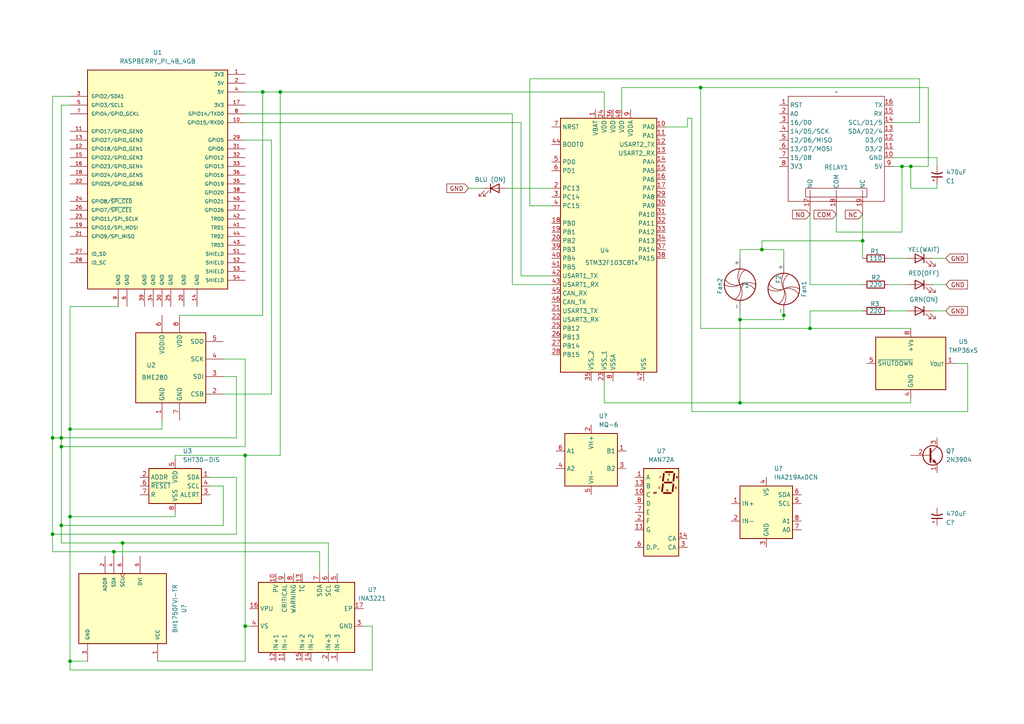
<source format=kicad_sch>
(kicad_sch (version 20231120) (generator "eeschema") (generator_version "8.0")
  (paper "A4")
  (lib_symbols
    (symbol "Device:C_Polarized_Small_US" (pin_numbers hide) (pin_names (offset 0.254) hide)
      (property "Reference" "C" (at 0.254 1.778 0))
      (property "Value" "C_Polarized_Small_US" (at 0.254 -2.032 0))
      (symbol "C_Polarized_Small_US_0_1"
        (polyline (pts (xy -1.524 0.508) (xy 1.524 0.508)) (stroke (width 0.3048)))
        (polyline (pts (xy -1.27 1.524) (xy -0.762 1.524)))
        (polyline (pts (xy -1.016 1.27) (xy -1.016 1.778)))
        (arc (start 1.524 -0.762) (mid 0 -0.3734) (end -1.524 -0.762) (stroke (width 0.3048)))
      )
      (symbol "C_Polarized_Small_US_1_1"
        (pin passive line (at 0 2.54 270) (length 2.032) (name "~") (number "1"))
        (pin passive line (at 0 -2.54 90) (length 2.032) (name "~") (number "2"))
      )
    )
    (symbol "Device:LED" (pin_numbers hide) (pin_names (offset 1.016) hide)
      (property "Reference" "D" (at 0 2.54 0))
      (property "Value" "LED" (at 0 -2.54 0))
      (symbol "LED_0_1"
        (polyline (pts (xy -1.27 -1.27) (xy -1.27 1.27)) (stroke (width 0.254)))
        (polyline (pts (xy -1.27 0) (xy 1.27 0)))
        (polyline (pts (xy 1.27 -1.27) (xy 1.27 1.27) (xy -1.27 0) (xy 1.27 -1.27)) (stroke (width 0.254)))
        (polyline (pts (xy -3.048 -0.762) (xy -4.572 -2.286) (xy -3.81 -2.286) (xy -4.572 -2.286) (xy -4.572 -1.524)))
        (polyline (pts (xy -1.778 -0.762) (xy -3.302 -2.286) (xy -2.54 -2.286) (xy -3.302 -2.286) (xy -3.302 -1.524)))
      )
      (symbol "LED_1_1"
        (pin passive line (at -3.81 0 0) (length 2.54) (name "K") (number "1"))
        (pin passive line (at 3.81 0 180) (length 2.54) (name "A") (number "2"))
      )
    )
    (symbol "Device:R" (pin_numbers hide) (pin_names (offset 0))
      (property "Reference" "R" (at 2.032 0 90))
      (property "Value" "R" (at 0 0 90))
      (symbol "R_0_1"
        (rectangle (start -1.016 -2.54) (end 1.016 2.54) (stroke (width 0.254)))
      )
      (symbol "R_1_1"
        (pin passive line (at 0 3.81 270) (length 1.27) (name "~") (number "1"))
        (pin passive line (at 0 -3.81 90) (length 1.27) (name "~") (number "2"))
      )
    )
    (symbol "Display_Character:MAN72A" (pin_names (offset 0.635))
      (property "Reference" "U" (at -2.54 13.97 0))
      (property "Value" "MAN72A" (at 2.794 -14.224 0))
      (symbol "MAN72A_0_0"
        (text "A" (at 2.286 10.922 0) (effects (font (size 0.508 0.508))))
        (text "B" (at 4.572 10.16 0) (effects (font (size 0.508 0.508))))
        (text "C" (at 4.318 7.112 0) (effects (font (size 0.508 0.508))))
        (text "D" (at 1.778 6.35 0) (effects (font (size 0.508 0.508))))
        (text "DP" (at -1.778 5.588 0) (effects (font (size 0.508 0.508))))
        (text "E" (at -0.508 7.112 0) (effects (font (size 0.508 0.508))))
        (text "F" (at -0.254 10.16 0) (effects (font (size 0.508 0.508))))
        (text "G" (at 2.032 9.398 0) (effects (font (size 0.508 0.508))))
      )
      (symbol "MAN72A_0_1"
        (rectangle (start -5.08 12.7) (end 5.08 -12.7) (stroke (width 0.254)) (fill (type background)))
        (polyline (pts (xy -0.762 5.588) (xy -0.762 5.588)) (stroke (width 0.508)))
        (polyline (pts (xy 0.508 8.128) (xy 0.254 6.096)) (stroke (width 0.508)))
        (polyline (pts (xy 0.762 5.588) (xy 2.794 5.588)) (stroke (width 0.508)))
        (polyline (pts (xy 0.762 11.176) (xy 0.508 9.144)) (stroke (width 0.508)))
        (polyline (pts (xy 1.016 8.636) (xy 3.048 8.636)) (stroke (width 0.508)))
        (polyline (pts (xy 1.27 11.684) (xy 3.302 11.684)) (stroke (width 0.508)))
        (polyline (pts (xy 3.556 8.128) (xy 3.302 6.096)) (stroke (width 0.508)))
        (polyline (pts (xy 3.81 11.176) (xy 3.556 9.144)) (stroke (width 0.508)))
      )
      (symbol "MAN72A_1_1"
        (pin input line (at -7.62 10.16 0) (length 2.54) (name "A") (number "1"))
        (pin input line (at -7.62 5.08 0) (length 2.54) (name "C") (number "10"))
        (pin input line (at -7.62 -5.08 0) (length 2.54) (name "G") (number "11"))
        (pin no_connect line (at 5.08 -5.08 180) (length 2.54) hide (name "NC") (number "12"))
        (pin input line (at -7.62 7.62 0) (length 2.54) (name "B") (number "13"))
        (pin input line (at 7.62 -7.62 180) (length 2.54) (name "CA") (number "14"))
        (pin input line (at -7.62 -2.54 0) (length 2.54) (name "F") (number "2"))
        (pin input line (at 7.62 -10.16 180) (length 2.54) (name "CA") (number "3"))
        (pin no_connect line (at 5.08 2.54 180) (length 2.54) hide (name "NC") (number "4"))
        (pin no_connect line (at 5.08 0 180) (length 2.54) hide (name "NC") (number "5"))
        (pin input line (at -7.62 -10.16 0) (length 2.54) (name "D.P.") (number "6"))
        (pin input line (at -7.62 0 0) (length 2.54) (name "E") (number "7"))
        (pin input line (at -7.62 2.54 0) (length 2.54) (name "D") (number "8"))
        (pin no_connect line (at 5.08 -2.54 180) (length 2.54) hide (name "NC") (number "9"))
      )
    )
    (symbol "MCU_ST_STM32F1:STM32F103C8Tx"
      (property "Reference" "U?" (at 4.7341 -38.1 0))
      (property "Value" "STM32F103C8Tx" (at -4.318 -20.066 0))
      (symbol "STM32F103C8Tx_0_1"
        (rectangle (start -12.7 38.1) (end 15.24 -35.56) (stroke (width 0.254)) (fill (type background)))
      )
      (symbol "STM32F103C8Tx_1_1"
        (pin power_in line (at -2.54 40.64 270) (length 2.54) (name "VBAT") (number "1"))
        (pin bidirectional line (at 17.78 35.56 180) (length 2.54) (name "PA0") (number "10"))
        (pin bidirectional line (at 17.78 33.02 180) (length 2.54) (name "PA1") (number "11"))
        (pin bidirectional line (at 17.78 30.48 180) (length 2.54) (name "PA2") (number "12") (alternate "USART2_TX" bidirectional line))
        (pin bidirectional line (at 17.78 27.94 180) (length 2.54) (name "PA3") (number "13") (alternate "USART2_RX" bidirectional line))
        (pin bidirectional line (at 17.78 25.4 180) (length 2.54) (name "PA4") (number "14"))
        (pin bidirectional line (at 17.78 22.86 180) (length 2.54) (name "PA5") (number "15"))
        (pin bidirectional line (at 17.78 20.32 180) (length 2.54) (name "PA6") (number "16"))
        (pin bidirectional line (at 17.78 17.78 180) (length 2.54) (name "PA7") (number "17"))
        (pin bidirectional line (at -15.24 7.62 0) (length 2.54) (name "PB0") (number "18"))
        (pin bidirectional line (at -15.24 5.08 0) (length 2.54) (name "PB1") (number "19"))
        (pin bidirectional line (at -15.24 17.78 0) (length 2.54) (name "PC13") (number "2"))
        (pin bidirectional line (at -15.24 2.54 0) (length 2.54) (name "PB2") (number "20"))
        (pin bidirectional line (at -15.24 -17.78 0) (length 2.54) (name "PB10") (number "21") (alternate "USART3_TX" bidirectional line))
        (pin bidirectional line (at -15.24 -20.32 0) (length 2.54) (name "PB11") (number "22") (alternate "USART3_RX" bidirectional line))
        (pin power_in line (at 0 -38.1 90) (length 2.54) (name "VSS_1") (number "23"))
        (pin power_in line (at 0 40.64 270) (length 2.54) (name "VDD") (number "24"))
        (pin bidirectional line (at -15.24 -22.86 0) (length 2.54) (name "PB12") (number "25"))
        (pin bidirectional line (at -15.24 -25.4 0) (length 2.54) (name "PB13") (number "26"))
        (pin bidirectional line (at -15.24 -27.94 0) (length 2.54) (name "PB14") (number "27"))
        (pin bidirectional line (at -15.24 -30.48 0) (length 2.54) (name "PB15") (number "28"))
        (pin bidirectional line (at 17.78 15.24 180) (length 2.54) (name "PA8") (number "29"))
        (pin bidirectional line (at -15.24 15.24 0) (length 2.54) (name "PC14") (number "3"))
        (pin bidirectional line (at 17.78 12.7 180) (length 2.54) (name "PA9") (number "30") (alternate "USART1_TX" bidirectional line))
        (pin bidirectional line (at 17.78 10.16 180) (length 2.54) (name "PA10") (number "31") (alternate "USART1_RX" bidirectional line))
        (pin bidirectional line (at 17.78 7.62 180) (length 2.54) (name "PA11") (number "32") (alternate "CAN_RX" bidirectional line))
        (pin bidirectional line (at 17.78 5.08 180) (length 2.54) (name "PA12") (number "33") (alternate "CAN_TX" bidirectional line))
        (pin bidirectional line (at 17.78 2.54 180) (length 2.54) (name "PA13") (number "34"))
        (pin power_in line (at -3.81 -38.1 90) (length 2.54) (name "VSS_2") (number "35"))
        (pin power_in line (at 2.54 40.64 270) (length 2.54) (name "VDD") (number "36"))
        (pin bidirectional line (at 17.78 0 180) (length 2.54) (name "PA14") (number "37"))
        (pin bidirectional line (at 17.78 -2.54 180) (length 2.54) (name "PA15") (number "38"))
        (pin bidirectional line (at -15.24 0 0) (length 2.54) (name "PB3") (number "39"))
        (pin bidirectional line (at -15.24 12.7 0) (length 2.54) (name "PC15") (number "4"))
        (pin bidirectional line (at -15.24 -2.54 0) (length 2.54) (name "PB4") (number "40"))
        (pin bidirectional line (at -15.24 -5.08 0) (length 2.54) (name "PB5") (number "41"))
        (pin bidirectional line (at -15.24 -7.62 0) (length 2.54) (name "PB6") (number "42") (alternate "USART1_TX" bidirectional line))
        (pin bidirectional line (at -15.24 -10.16 0) (length 2.54) (name "PB7") (number "43") (alternate "USART1_RX" bidirectional line))
        (pin input line (at -15.24 30.48 0) (length 2.54) (name "BOOT0") (number "44"))
        (pin bidirectional line (at -15.24 -12.7 0) (length 2.54) (name "PB8") (number "45") (alternate "CAN_RX" bidirectional line))
        (pin bidirectional line (at -15.24 -15.24 0) (length 2.54) (name "PB9") (number "46") (alternate "CAN_TX" bidirectional line))
        (pin power_in line (at 11.43 -38.1 90) (length 2.54) (name "VSS") (number "47"))
        (pin power_in line (at 5.08 40.64 270) (length 2.54) (name "VDD") (number "48"))
        (pin bidirectional line (at -15.24 25.4 0) (length 2.54) (name "PD0") (number "5"))
        (pin bidirectional line (at -15.24 22.86 0) (length 2.54) (name "PD1") (number "6"))
        (pin input line (at -15.24 35.56 0) (length 2.54) (name "NRST") (number "7"))
        (pin power_in line (at 2.54 -38.1 90) (length 2.54) (name "VSSA") (number "8"))
        (pin power_in line (at 7.62 40.64 270) (length 2.54) (name "VDDA") (number "9"))
      )
    )
    (symbol "Motor:Fan_ALT" (pin_numbers hide) (pin_names (offset 0))
      (property "Reference" "M" (at 3.81 5.08 0))
      (property "Value" "Fan_ALT" (at 3.81 2.54 0))
      (symbol "Fan_ALT_0_1"
        (arc (start -4.572 0) (mid -2.286 -0.5988) (end 0 0))
        (arc (start -4.318 1.524) (mid -2.4153 0.0291) (end 0 0))
        (arc (start -1.524 -4.318) (mid -0.0291 -2.4153) (end 0 0))
        (arc (start 0 -4.572) (mid 0.5988 -2.286) (end 0 0))
        (polyline (pts (xy 0 -5.08) (xy 0 -4.572)))
        (polyline (pts (xy 0 4.572) (xy 0 5.08)))
        (circle (center 0 0) (radius 4.572) (stroke (width 0.254)))
        (arc (start 0 4.572) (mid -0.5988 2.286) (end 0 0))
        (arc (start 1.524 4.318) (mid 0.0291 2.4153) (end 0 0))
        (arc (start 4.318 -1.524) (mid 2.4153 -0.0291) (end 0 0))
        (arc (start 4.572 0) (mid 2.286 0.5988) (end 0 0))
      )
      (symbol "Fan_ALT_1_1"
        (pin passive line (at 0 7.62 270) (length 2.54) (name "+") (number "1"))
        (pin passive line (at 0 -7.62 90) (length 2.54) (name "-") (number "2"))
      )
    )
    (symbol "Power_Management:INA3221"
      (property "Reference" "U" (at -10.16 17.78 0))
      (property "Value" "INA3221" (at 5.08 17.78 0))
      (symbol "INA3221_0_1"
        (rectangle (start 10.16 -12.7) (end -10.16 15.24) (stroke (width 0.254)) (fill (type background)))
      )
      (symbol "INA3221_1_1"
        (pin input line (at -12.7 -7.62 0) (length 2.54) (name "IN-3") (number "1"))
        (pin open_collector line (at 12.7 10.16 180) (length 2.54) (name "PV") (number "10"))
        (pin input line (at -12.7 7.62 0) (length 2.54) (name "IN-1") (number "11"))
        (pin input line (at -12.7 10.16 0) (length 2.54) (name "IN+1") (number "12"))
        (pin open_collector line (at 12.7 2.54 180) (length 2.54) (name "TC") (number "13"))
        (pin input line (at -12.7 0 0) (length 2.54) (name "IN-2") (number "14"))
        (pin input line (at -12.7 2.54 0) (length 2.54) (name "IN+2") (number "15"))
        (pin power_in line (at 2.54 17.78 270) (length 2.54) (name "VPU") (number "16"))
        (pin passive line (at 2.54 -15.24 90) (length 2.54) (name "EP") (number "17"))
        (pin input line (at -12.7 -5.08 0) (length 2.54) (name "IN+3") (number "2"))
        (pin power_in line (at -2.54 -15.24 90) (length 2.54) (name "GND") (number "3"))
        (pin power_in line (at -2.54 17.78 270) (length 2.54) (name "VS") (number "4"))
        (pin input line (at 12.7 -7.62 180) (length 2.54) (name "A0") (number "5"))
        (pin input line (at 12.7 -5.08 180) (length 2.54) (name "SCL") (number "6"))
        (pin bidirectional line (at 12.7 -2.54 180) (length 2.54) (name "SDA") (number "7"))
        (pin open_collector line (at 12.7 5.08 180) (length 2.54) (name "WARNING") (number "8"))
        (pin open_collector line (at 12.7 7.62 180) (length 2.54) (name "CRITICAL") (number "9"))
      )
    )
    (symbol "Sensor:BME280"
      (property "Reference" "U" (at -8.89 11.43 0))
      (property "Value" "BME280" (at 7.62 11.43 0))
      (symbol "BME280_0_1"
        (rectangle (start -10.16 10.16) (end 10.16 -10.16) (stroke (width 0.254)) (fill (type background)))
      )
      (symbol "BME280_1_1"
        (pin power_in line (at -2.54 -15.24 90) (length 5.08) (name "GND") (number "1"))
        (pin input line (at 15.24 -7.62 180) (length 5.08) (name "CSB") (number "2"))
        (pin bidirectional line (at 15.24 -2.54 180) (length 5.08) (name "SDI") (number "3"))
        (pin input line (at 15.24 2.54 180) (length 5.08) (name "SCK") (number "4"))
        (pin bidirectional line (at 15.24 7.62 180) (length 5.08) (name "SDO") (number "5"))
        (pin power_in line (at -2.54 15.24 270) (length 5.08) (name "VDDIO") (number "6"))
        (pin power_in line (at 2.54 -15.24 90) (length 5.08) (name "GND") (number "7"))
        (pin power_in line (at 2.54 15.24 270) (length 5.08) (name "VDD") (number "8"))
      )
    )
    (symbol "Sensor_Energy:INA219AxDCN"
      (property "Reference" "U" (at -6.35 8.89 0))
      (property "Value" "INA219AxDCN" (at 6.35 8.89 0))
      (symbol "INA219AxDCN_0_1"
        (rectangle (start -7.62 7.62) (end 7.62 -7.62) (stroke (width 0.254)) (fill (type background)))
      )
      (symbol "INA219AxDCN_1_1"
        (pin input line (at -10.16 2.54 0) (length 2.54) (name "IN+") (number "1"))
        (pin input line (at -10.16 -2.54 0) (length 2.54) (name "IN-") (number "2"))
        (pin power_in line (at 0 -10.16 90) (length 2.54) (name "GND") (number "3"))
        (pin power_in line (at 0 10.16 270) (length 2.54) (name "VS") (number "4"))
        (pin input line (at 10.16 2.54 180) (length 2.54) (name "SCL") (number "5"))
        (pin bidirectional line (at 10.16 5.08 180) (length 2.54) (name "SDA") (number "6"))
        (pin input line (at 10.16 -5.08 180) (length 2.54) (name "A0") (number "7"))
        (pin input line (at 10.16 -2.54 180) (length 2.54) (name "A1") (number "8"))
      )
    )
    (symbol "Sensor_Gas:MQ-6"
      (property "Reference" "U" (at -6.35 8.89 0))
      (property "Value" "MQ-6" (at 3.81 8.89 0))
      (symbol "MQ-6_0_1"
        (rectangle (start -7.62 7.62) (end 7.62 -7.62) (stroke (width 0.254)) (fill (type background)))
      )
      (symbol "MQ-6_1_1"
        (pin passive line (at 10.16 2.54 180) (length 2.54) (name "B1") (number "1"))
        (pin power_in line (at 0 10.16 270) (length 2.54) (name "VH+") (number "2"))
        (pin passive line (at 10.16 -2.54 180) (length 2.54) (name "B2") (number "3"))
        (pin passive line (at -10.16 -2.54 0) (length 2.54) (name "A2") (number "4"))
        (pin power_in line (at 0 -10.16 90) (length 2.54) (name "VH-") (number "5"))
        (pin passive line (at -10.16 2.54 0) (length 2.54) (name "A1") (number "6"))
      )
    )
    (symbol "Sensor_Humidity:SHT30-DIS"
      (property "Reference" "U" (at -6.35 6.35 0))
      (property "Value" "SHT30-DIS" (at 6.35 6.35 0))
      (symbol "SHT30-DIS_0_1"
        (rectangle (start -7.62 5.08) (end 7.62 -5.08) (stroke (width 0.254)) (fill (type background)))
      )
      (symbol "SHT30-DIS_1_1"
        (pin bidirectional line (at 10.16 2.54 180) (length 2.54) (name "SDA") (number "1"))
        (pin input line (at -10.16 2.54 0) (length 2.54) (name "ADDR") (number "2"))
        (pin output line (at 10.16 -2.54 180) (length 2.54) (name "ALERT") (number "3"))
        (pin input line (at 10.16 0 180) (length 2.54) (name "SCL") (number "4"))
        (pin power_in line (at 0 7.62 270) (length 2.54) (name "VDD") (number "5"))
        (pin input line (at -10.16 0 0) (length 2.54) (name "~{RESET}") (number "6"))
        (pin passive line (at -10.16 -2.54 0) (length 2.54) (name "R") (number "7"))
        (pin power_in line (at 0 -7.62 90) (length 2.54) (name "VSS") (number "8"))
        (pin passive line (at 0 -7.62 90) (length 2.54) hide (name "VSS") (number "9"))
      )
    )
    (symbol "Sensor_Temperature:TMP36xS"
      (property "Reference" "U" (at -8.89 8.89 0))
      (property "Value" "TMP36xS" (at 6.35 -8.89 0))
      (symbol "TMP36xS_0_1"
        (rectangle (start -10.16 7.62) (end 10.16 -7.62) (stroke (width 0.254)) (fill (type background)))
      )
      (symbol "TMP36xS_1_1"
        (pin output line (at 12.7 0 180) (length 2.54) (name "V_{OUT}") (number "1"))
        (pin power_in line (at 0 -10.16 90) (length 2.54) (name "GND") (number "4"))
        (pin input line (at -12.7 0 0) (length 2.54) (name "~{SHUTDOWN}") (number "5"))
        (pin power_in line (at 0 10.16 270) (length 2.54) (name "+Vs") (number "8"))
      )
    )
    (symbol "Transistor_BJT:2N3904" (pin_names (offset 0) hide)
      (property "Reference" "Q" (at 5.08 1.905 0))
      (property "Value" "2N3904" (at 5.08 0 0))
      (symbol "2N3904_0_1"
        (polyline (pts (xy 0.635 0.635) (xy 2.54 2.54)))
        (polyline (pts (xy 0.635 -0.635) (xy 2.54 -2.54) (xy 2.54 -2.54)))
        (polyline (pts (xy 0.635 1.905) (xy 0.635 -1.905) (xy 0.635 -1.905)) (stroke (width 0.508)))
        (polyline (pts (xy 1.27 -1.778) (xy 1.778 -1.27) (xy 2.286 -2.286) (xy 1.27 -1.778) (xy 1.27 -1.778)) (fill (type outline)))
        (circle (center 1.27 0) (radius 2.8194) (stroke (width 0.254)))
      )
      (symbol "2N3904_1_1"
        (pin passive line (at 2.54 -5.08 90) (length 2.54) (name "E") (number "1"))
        (pin passive line (at -5.08 0 0) (length 5.715) (name "B") (number "2"))
        (pin passive line (at 2.54 5.08 270) (length 2.54) (name "C") (number "3"))
      )
    )
    (symbol "my_parts:BH1750FVI-TR" (pin_names (offset 1.016))
      (property "Reference" "U" (at -10.1737 13.462 0))
      (property "Value" "BH1750FVI-TR" (at -9.922 -15.24 0))
      (symbol "BH1750FVI-TR_0_0"
        (rectangle (start -10.16 -12.7) (end 10.16 12.7) (stroke (width 0.254)) (fill (type background)))
        (pin power_in line (at 15.24 10.16 180) (length 5.08) (name "VCC") (number "1"))
        (pin input line (at -15.24 -5.08 0) (length 5.08) (name "ADDR") (number "2"))
        (pin power_in line (at 15.24 -10.16 180) (length 5.08) (name "GND") (number "3"))
        (pin bidirectional line (at -15.24 -2.54 0) (length 5.08) (name "SDA") (number "4"))
        (pin input line (at -15.24 5.08 0) (length 5.08) (name "DVI") (number "5"))
        (pin input clock (at -15.24 0 0) (length 5.08) (name "SCL") (number "6"))
      )
    )
    (symbol "my_parts:RASPBERRY_PI_4B_4GB" (pin_names (offset 1.016))
      (property "Reference" "U?" (at 0 38.1 0))
      (property "Value" "RASPBERRY_PI_4B_4GB" (at 0 35.56 0))
      (symbol "RASPBERRY_PI_4B_4GB_0_0"
        (rectangle (start -20.32 33.02) (end 20.32 -30.48) (stroke (width 0.254)) (fill (type background)))
        (pin power_in line (at 25.4 31.75 180) (length 5.08) (name "3V3") (number "1"))
        (pin bidirectional line (at 25.4 17.78 180) (length 5.08) (name "GPIO15/RXD0") (number "10"))
        (pin bidirectional line (at -25.4 15.24 0) (length 5.08) (name "GPIO17/GPIO_GEN0") (number "11"))
        (pin bidirectional line (at -25.4 10.16 0) (length 5.08) (name "GPIO18/GPIO_GEN1") (number "12"))
        (pin bidirectional line (at -25.4 12.7 0) (length 5.08) (name "GPIO27/GPIO_GEN2") (number "13"))
        (pin power_in line (at 11.43 -35.56 90) (length 5.08) (name "GND") (number "14"))
        (pin bidirectional line (at -25.4 7.62 0) (length 5.08) (name "GPIO22/GPIO_GEN3") (number "15"))
        (pin bidirectional line (at -25.4 5.08 0) (length 5.08) (name "GPIO23/GPIO_GEN4") (number "16"))
        (pin power_in line (at 25.4 22.86 180) (length 5.08) (name "3V3") (number "17"))
        (pin bidirectional line (at -25.4 2.54 0) (length 5.08) (name "GPIO24/GPIO_GEN5") (number "18"))
        (pin bidirectional line (at -25.4 -12.7 0) (length 5.08) (name "GPIO10/SPI_MOSI") (number "19"))
        (pin power_in line (at 7.62 -35.56 90) (length 5.08) (name "GND") (number "20"))
        (pin bidirectional line (at -25.4 -15.24 0) (length 5.08) (name "GPIO9/SPI_MISO") (number "21"))
        (pin bidirectional line (at -25.4 0 0) (length 5.08) (name "GPIO25/GPIO_GEN6") (number "22"))
        (pin bidirectional line (at -25.4 -10.16 0) (length 5.08) (name "GPIO11/SPI_SCLK") (number "23"))
        (pin bidirectional line (at -25.4 -5.08 0) (length 5.08) (name "GPIO8/~{SPI_CE0}") (number "24"))
        (pin power_in line (at 3.81 -35.56 90) (length 5.08) (name "GND") (number "25"))
        (pin bidirectional line (at -25.4 -7.62 0) (length 5.08) (name "GPIO7/~{SPI_CE1}") (number "26"))
        (pin bidirectional line (at -25.4 -20.32 0) (length 5.08) (name "ID_SD") (number "27"))
        (pin bidirectional line (at -25.4 -22.86 0) (length 5.08) (name "ID_SC") (number "28"))
        (pin bidirectional line (at 25.4 12.7 180) (length 5.08) (name "GPIO5") (number "29"))
        (pin bidirectional line (at -25.4 25.4 0) (length 5.08) (name "GPIO2/SDA1") (number "3"))
        (pin power_in line (at 1.27 -35.56 90) (length 5.08) (name "GND") (number "30"))
        (pin bidirectional line (at 25.4 10.16 180) (length 5.08) (name "GPIO6") (number "31"))
        (pin bidirectional line (at 25.4 7.62 180) (length 5.08) (name "GPIO12") (number "32"))
        (pin bidirectional line (at 25.4 5.08 180) (length 5.08) (name "GPIO13") (number "33"))
        (pin power_in line (at -1.27 -35.56 90) (length 5.08) (name "GND") (number "34"))
        (pin bidirectional line (at 25.4 0 180) (length 5.08) (name "GPIO19") (number "35"))
        (pin bidirectional line (at 25.4 2.54 180) (length 5.08) (name "GPIO16") (number "36"))
        (pin bidirectional line (at 25.4 -7.62 180) (length 5.08) (name "GPIO26") (number "37"))
        (pin bidirectional line (at 25.4 -2.54 180) (length 5.08) (name "GPIO20") (number "38"))
        (pin power_in line (at -3.81 -35.56 90) (length 5.08) (name "GND") (number "39"))
        (pin power_in line (at 25.4 26.67 180) (length 5.08) (name "5V") (number "4"))
        (pin bidirectional line (at 25.4 -5.08 180) (length 5.08) (name "GPIO21") (number "40"))
        (pin bidirectional line (at 25.4 -12.7 180) (length 5.08) (name "TR01") (number "41"))
        (pin bidirectional line (at 25.4 -10.16 180) (length 5.08) (name "TR00") (number "42"))
        (pin bidirectional line (at 25.4 -17.78 180) (length 5.08) (name "TR03") (number "43"))
        (pin bidirectional line (at 25.4 -15.24 180) (length 5.08) (name "TR02") (number "44"))
        (pin bidirectional line (at -25.4 22.86 0) (length 5.08) (name "GPIO3/SCL1") (number "5"))
        (pin power_in line (at -8.89 -35.56 90) (length 5.08) (name "GND") (number "6"))
        (pin bidirectional line (at -25.4 20.32 0) (length 5.08) (name "GPIO4/GPIO_GCKL") (number "7"))
        (pin bidirectional line (at 25.4 20.32 180) (length 5.08) (name "GPIO14/TXD0") (number "8"))
        (pin power_in line (at -11.43 -35.56 90) (length 5.08) (name "GND") (number "9"))
        (pin power_in line (at 25.4 -22.86 180) (length 5.08) (name "SHIELD") (number "S2"))
        (pin power_in line (at 25.4 -25.4 180) (length 5.08) (name "SHIELD") (number "S3"))
        (pin power_in line (at 25.4 -27.94 180) (length 5.08) (name "SHIELD") (number "S4"))
      )
      (symbol "RASPBERRY_PI_4B_4GB_1_0"
        (pin power_in line (at 25.4 29.21 180) (length 5.08) (name "5V") (number "2"))
        (pin power_in line (at 25.4 -20.32 180) (length 5.08) (name "SHIELD") (number "S1"))
      )
    )
    (symbol "my_parts:wemos_relay"
      (property "Reference" "D1" (at 0 0 0))
      (symbol "wemos_relay_0_1"
        (rectangle (start -13.97 15.24) (end 13.97 -15.24))
        (rectangle (start -8.89 -11.43) (end 8.89 -13.97))
      )
      (symbol "wemos_relay_1_1"
        (pin input line (at -16.51 12.7 0) (length 2.54) (name "RST") (number "1"))
        (pin input line (at 16.51 -2.54 180) (length 2.54) (name "GND") (number "10"))
        (pin input line (at 16.51 0 180) (length 2.54) (name "D3/2") (number "11"))
        (pin input line (at 16.51 2.54 180) (length 2.54) (name "D3/0") (number "12"))
        (pin input line (at 16.51 5.08 180) (length 2.54) (name "SDA/D2/4") (number "13"))
        (pin input line (at 16.51 7.62 180) (length 2.54) (name "SCL/D1/5") (number "14"))
        (pin input line (at 16.51 10.16 180) (length 2.54) (name "RX") (number "15"))
        (pin input line (at 16.51 12.7 180) (length 2.54) (name "TX") (number "16"))
        (pin input line (at -7.62 -19.05 90) (length 7) (name "NO") (number "17"))
        (pin input line (at 0 -19.05 90) (length 7) (name "COM") (number "18"))
        (pin input line (at 7.62 -19.05 90) (length 7) (name "NC") (number "19"))
        (pin input line (at -16.51 10.16 0) (length 2.54) (name "A0") (number "2"))
        (pin input line (at -16.51 7.62 0) (length 2.54) (name "16/D0") (number "3"))
        (pin input line (at -16.51 5.08 0) (length 2.54) (name "14/D5/SCK") (number "4"))
        (pin input line (at -16.51 2.54 0) (length 2.54) (name "12/D6/MISO") (number "5"))
        (pin input line (at -16.51 0 0) (length 2.54) (name "13/D7/MOSI") (number "6"))
        (pin input line (at -16.51 -2.54 0) (length 2.54) (name "15/D8") (number "7"))
        (pin input line (at -16.51 -5.08 0) (length 2.54) (name "3V3") (number "8"))
        (pin input line (at 16.51 -5.08 180) (length 2.54) (name "5V") (number "9"))
      )
    )
  )
  (junction (at 20.32 124.46))
  (junction (at 71.12 181.61))
  (junction (at 15.24 127))
  (junction (at 220.98 72.39))
  (junction (at 203.2 25.4))
  (junction (at 227.33 91.44))
  (junction (at 15.24 154.94))
  (junction (at 20.32 191.77))
  (junction (at 214.63 92.71))
  (junction (at 33.02 160.02))
  (junction (at 20.32 149.86))
  (junction (at 234.95 95.25))
  (junction (at 17.78 152.4))
  (junction (at 17.78 129.54))
  (junction (at 214.63 116.84))
  (junction (at 264.16 48.26))
  (junction (at 81.28 26.67))
  (junction (at 261.62 48.26))
  (junction (at 17.78 127))
  (junction (at 76.2 26.67))
  (junction (at 250.19 69.85))
  (junction (at 35.56 157.48))
  (junction (at 71.12 132.08))
  (wire (pts (xy 71.12 33.02) (xy 148.59 33.02)))
  (wire (pts (xy 50.8 132.08) (xy 50.8 133.35)))
  (wire (pts (xy 259.08 45.72) (xy 271.78 45.72)))
  (wire (pts (xy 20.32 124.46) (xy 46.99 124.46)))
  (wire (pts (xy 262.89 82.55) (xy 257.81 82.55)))
  (wire (pts (xy 242.57 67.31) (xy 242.57 62.23)))
  (wire (pts (xy 71.12 181.61) (xy 71.12 191.77)))
  (wire (pts (xy 64.77 140.97) (xy 64.77 152.4)))
  (wire (pts (xy 148.59 82.55) (xy 160.02 82.55)))
  (wire (pts (xy 33.02 160.02) (xy 15.24 160.02)))
  (wire (pts (xy 203.2 25.4) (xy 180.34 25.4)))
  (wire (pts (xy 266.7 22.86) (xy 266.7 35.56)))
  (wire (pts (xy 81.28 132.08) (xy 71.12 132.08)))
  (wire (pts (xy 214.63 92.71) (xy 214.63 116.84)))
  (wire (pts (xy 227.33 91.44) (xy 227.33 92.71)))
  (wire (pts (xy 200.66 119.38) (xy 280.67 119.38)))
  (wire (pts (xy 264.16 54.61) (xy 264.16 48.26)))
  (wire (pts (xy 220.98 69.85) (xy 220.98 72.39)))
  (wire (pts (xy 147.32 54.61) (xy 160.02 54.61)))
  (wire (pts (xy 71.12 129.54) (xy 17.78 129.54)))
  (wire (pts (xy 81.28 26.67) (xy 175.26 26.67)))
  (wire (pts (xy 20.32 88.9) (xy 34.29 88.9)))
  (wire (pts (xy 262.89 74.93) (xy 257.81 74.93)))
  (wire (pts (xy 250.19 69.85) (xy 250.19 74.93)))
  (wire (pts (xy 46.99 121.92) (xy 46.99 124.46)))
  (wire (pts (xy 274.32 82.55) (xy 270.51 82.55)))
  (wire (pts (xy 153.67 59.69) (xy 153.67 22.86)))
  (wire (pts (xy 280.67 105.41) (xy 276.86 105.41)))
  (wire (pts (xy 17.78 157.48) (xy 17.78 152.4)))
  (wire (pts (xy 214.63 72.39) (xy 214.63 74.93)))
  (wire (pts (xy 17.78 30.48) (xy 20.32 30.48)))
  (wire (pts (xy 234.95 90.17) (xy 234.95 95.25)))
  (wire (pts (xy 20.32 27.94) (xy 15.24 27.94)))
  (wire (pts (xy 274.32 74.93) (xy 270.51 74.93)))
  (wire (pts (xy 20.32 149.86) (xy 50.8 149.86)))
  (wire (pts (xy 35.56 157.48) (xy 95.25 157.48)))
  (wire (pts (xy 107.95 181.61) (xy 107.95 194.31)))
  (wire (pts (xy 199.39 34.29) (xy 199.39 36.83)))
  (wire (pts (xy 151.13 35.56) (xy 71.12 35.56)))
  (wire (pts (xy 160.02 59.69) (xy 153.67 59.69)))
  (wire (pts (xy 214.63 116.84) (xy 264.16 116.84)))
  (wire (pts (xy 76.2 26.67) (xy 81.28 26.67)))
  (wire (pts (xy 20.32 194.31) (xy 20.32 191.77)))
  (wire (pts (xy 76.2 91.44) (xy 76.2 26.67)))
  (wire (pts (xy 214.63 72.39) (xy 220.98 72.39)))
  (wire (pts (xy 262.89 90.17) (xy 257.81 90.17)))
  (wire (pts (xy 71.12 132.08) (xy 71.12 181.61)))
  (wire (pts (xy 78.74 40.64) (xy 71.12 40.64)))
  (wire (pts (xy 68.58 154.94) (xy 68.58 138.43)))
  (wire (pts (xy 148.59 33.02) (xy 148.59 82.55)))
  (wire (pts (xy 250.19 62.23) (xy 250.19 69.85)))
  (wire (pts (xy 71.12 132.08) (xy 50.8 132.08)))
  (wire (pts (xy 71.12 191.77) (xy 45.72 191.77)))
  (wire (pts (xy 20.32 149.86) (xy 20.32 191.77)))
  (wire (pts (xy 15.24 160.02) (xy 15.24 154.94)))
  (wire (pts (xy 68.58 109.22) (xy 64.77 109.22)))
  (wire (pts (xy 71.12 104.14) (xy 71.12 129.54)))
  (wire (pts (xy 107.95 194.31) (xy 20.32 194.31)))
  (wire (pts (xy 71.12 104.14) (xy 64.77 104.14)))
  (wire (pts (xy 20.32 149.86) (xy 20.32 124.46)))
  (wire (pts (xy 269.24 25.4) (xy 269.24 48.26)))
  (wire (pts (xy 33.02 161.29) (xy 33.02 160.02)))
  (wire (pts (xy 68.58 127) (xy 17.78 127)))
  (wire (pts (xy 261.62 48.26) (xy 261.62 67.31)))
  (wire (pts (xy 20.32 88.9) (xy 20.32 124.46)))
  (wire (pts (xy 60.96 140.97) (xy 64.77 140.97)))
  (wire (pts (xy 234.95 95.25) (xy 264.16 95.25)))
  (wire (pts (xy 151.13 80.01) (xy 160.02 80.01)))
  (wire (pts (xy 15.24 127) (xy 15.24 154.94)))
  (wire (pts (xy 71.12 26.67) (xy 76.2 26.67)))
  (wire (pts (xy 17.78 127) (xy 17.78 30.48)))
  (wire (pts (xy 17.78 152.4) (xy 17.78 129.54)))
  (wire (pts (xy 234.95 62.23) (xy 234.95 82.55)))
  (wire (pts (xy 15.24 27.94) (xy 15.24 127)))
  (wire (pts (xy 271.78 54.61) (xy 271.78 53.34)))
  (wire (pts (xy 271.78 45.72) (xy 271.78 48.26)))
  (wire (pts (xy 175.26 110.49) (xy 175.26 116.84)))
  (wire (pts (xy 242.57 67.31) (xy 261.62 67.31)))
  (wire (pts (xy 175.26 26.67) (xy 175.26 31.75)))
  (wire (pts (xy 227.33 90.17) (xy 227.33 91.44)))
  (wire (pts (xy 220.98 69.85) (xy 250.19 69.85)))
  (wire (pts (xy 199.39 36.83) (xy 193.04 36.83)))
  (wire (pts (xy 35.56 161.29) (xy 35.56 157.48)))
  (wire (pts (xy 20.32 191.77) (xy 25.4 191.77)))
  (wire (pts (xy 180.34 25.4) (xy 180.34 31.75)))
  (wire (pts (xy 95.25 166.37) (xy 95.25 157.48)))
  (wire (pts (xy 264.16 48.26) (xy 269.24 48.26)))
  (wire (pts (xy 203.2 25.4) (xy 269.24 25.4)))
  (wire (pts (xy 214.63 90.17) (xy 214.63 92.71)))
  (wire (pts (xy 50.8 149.86) (xy 50.8 148.59)))
  (wire (pts (xy 264.16 115.57) (xy 264.16 116.84)))
  (wire (pts (xy 259.08 48.26) (xy 261.62 48.26)))
  (wire (pts (xy 105.41 181.61) (xy 107.95 181.61)))
  (wire (pts (xy 33.02 160.02) (xy 92.71 160.02)))
  (wire (pts (xy 68.58 138.43) (xy 60.96 138.43)))
  (wire (pts (xy 135.89 54.61) (xy 139.7 54.61)))
  (wire (pts (xy 261.62 48.26) (xy 264.16 48.26)))
  (wire (pts (xy 92.71 166.37) (xy 92.71 160.02)))
  (wire (pts (xy 35.56 157.48) (xy 17.78 157.48)))
  (wire (pts (xy 175.26 116.84) (xy 214.63 116.84)))
  (wire (pts (xy 271.78 54.61) (xy 264.16 54.61)))
  (wire (pts (xy 214.63 92.71) (xy 227.33 92.71)))
  (wire (pts (xy 81.28 26.67) (xy 81.28 132.08)))
  (wire (pts (xy 250.19 90.17) (xy 234.95 90.17)))
  (wire (pts (xy 52.07 91.44) (xy 76.2 91.44)))
  (wire (pts (xy 266.7 35.56) (xy 259.08 35.56)))
  (wire (pts (xy 274.32 90.17) (xy 270.51 90.17)))
  (wire (pts (xy 64.77 114.3) (xy 78.74 114.3)))
  (wire (pts (xy 151.13 35.56) (xy 151.13 80.01)))
  (wire (pts (xy 71.12 181.61) (xy 72.39 181.61)))
  (wire (pts (xy 68.58 109.22) (xy 68.58 127)))
  (wire (pts (xy 203.2 95.25) (xy 234.95 95.25)))
  (wire (pts (xy 17.78 127) (xy 15.24 127)))
  (wire (pts (xy 280.67 119.38) (xy 280.67 105.41)))
  (wire (pts (xy 203.2 25.4) (xy 203.2 95.25)))
  (wire (pts (xy 250.19 82.55) (xy 234.95 82.55)))
  (wire (pts (xy 17.78 127) (xy 17.78 129.54)))
  (wire (pts (xy 220.98 72.39) (xy 227.33 72.39)))
  (wire (pts (xy 227.33 72.39) (xy 227.33 76.2)))
  (wire (pts (xy 200.66 34.29) (xy 199.39 34.29)))
  (wire (pts (xy 200.66 34.29) (xy 200.66 119.38)))
  (wire (pts (xy 15.24 154.94) (xy 68.58 154.94)))
  (wire (pts (xy 64.77 152.4) (xy 17.78 152.4)))
  (wire (pts (xy 78.74 114.3) (xy 78.74 40.64)))
  (wire (pts (xy 153.67 22.86) (xy 266.7 22.86)))
  (global_label "GND" (shape input) (at 135.89 54.61 180) (property "Intersheetrefs" "${INTERSHEET_REFS}" (effects (hide yes))))
  (global_label "GND" (shape input) (at 274.32 82.55 0) (property "Intersheetrefs" "${INTERSHEET_REFS}" (effects (hide yes))))
  (global_label "COM" (shape input) (at 242.57 62.23 180) (property "Intersheetrefs" "${INTERSHEET_REFS}" (effects (hide yes))))
  (global_label "NO" (shape input) (at 234.95 62.23 180) (property "Intersheetrefs" "${INTERSHEET_REFS}" (effects (hide yes))))
  (global_label "GND" (shape input) (at 274.32 74.93 0) (property "Intersheetrefs" "${INTERSHEET_REFS}" (effects (hide yes))))
  (global_label "GND" (shape input) (at 274.32 90.17 0) (property "Intersheetrefs" "${INTERSHEET_REFS}" (effects (hide yes))))
  (global_label "NC" (shape input) (at 250.19 62.23 180) (property "Intersheetrefs" "${INTERSHEET_REFS}" (effects (hide yes))))
  (symbol (lib_id "Device:LED") (at 266.7 74.93 0) (mirror y) (unit 1)
    (property "Reference" "D1" (effects (hide yes)))
    (property "Value" "YEL(WAIT)" (at 267.97 72.39 0))
    (property "Footprint" "LED_SMD:LED-APA102-2020" (effects (hide yes)))
    (property "Description" "Light emitting diode" (effects (hide yes)))
  )
  (symbol (lib_id "Display_Character:MAN72A") (at 191.77 148.59 0) (unit 1)
    (property "Reference" "U?" (at 191.77 130.81 0))
    (property "Value" "MAN72A" (at 191.77 133.35 0))
    (property "Footprint" "Display_7Segment:MAN72A" (effects (hide yes)))
    (property "Datasheet" "https://www.digchip.com/datasheets/parts/datasheet/161/MAN3640A-pdf.php" (effects (hide yes)))
    (property "Description" "Single digit 7 segment red LED common anode left hand decimal" (effects (hide yes)))
  )
  (symbol (lib_id "Device:LED") (at 266.7 90.17 0) (mirror y) (unit 1)
    (property "Reference" "D3" (effects (hide yes)))
    (property "Value" "GRN(ON)" (at 267.97 86.868 0))
    (property "Footprint" "LED_SMD:LED-APA102-2020" (effects (hide yes)))
    (property "Description" "Light emitting diode" (effects (hide yes)))
  )
  (symbol (lib_id "my_parts:wemos_relay") (at 242.57 43.18 0) (unit 1)
    (property "Reference" "RELAY1" (at 242.57 48.514 0))
    (property "Value" "~" (at 242.57 26.67 0))
  )
  (symbol (lib_id "Power_Management:INA3221") (at 90.17 179.07 90) (unit 1)
    (property "Reference" "U?" (at 107.95 171.0338 90))
    (property "Value" "INA3221" (at 107.95 173.5738 90))
    (property "Footprint" "Package_DFN_QFN:Texas_RGV0016A_VQFN-16-1EP_4x4mm_P0.65mm_EP2.1x2.1mm" (effects (hide yes)))
    (property "Datasheet" "http://www.ti.com/lit/ds/symlink/ina3221.pdf" (effects (hide yes)))
    (property "Description" "Triple-Channel High-Side Shunt and Bus Voltage Monitor with I2C and SMBUS Compatible Interface, QFN-16" (effects (hide yes)))
  )
  (symbol (lib_id "my_parts:BH1750FVI-TR") (at 35.56 176.53 270) (unit 1)
    (property "Reference" "U?" (at 53.34 176.53 0))
    (property "Value" "BH1750FVI-TR" (at 50.8 176.53 0))
    (property "Footprint" "BH1750FVI-TR:XDCR_BH1750FVI-TR" (effects (hide yes)))
    (property "MF" "Rohm" (effects (hide yes)))
    (property "MAXIMUM_PACKAGE_HEIGHT" "0.75mm" (effects (hide yes)))
    (property "Package" "SMD-6 ROHM Semiconductor" (effects (hide yes)))
    (property "Price" "None" (effects (hide yes)))
    (property "Check_prices" "https://www.snapeda.com/parts/BH1750FVI-TR/Rohm/view-part/?ref=eda" (effects (hide yes)))
    (property "STANDARD" "Manufacturer recommendations" (effects (hide yes)))
    (property "PARTREV" "D" (effects (hide yes)))
    (property "SnapEDA_Link" "https://www.snapeda.com/parts/BH1750FVI-TR/Rohm/view-part/?ref=snap" (effects (hide yes)))
    (property "MP" "BH1750FVI-TR" (effects (hide yes)))
    (property "Purchase-URL" "https://www.snapeda.com/api/url_track_click_mouser/?unipart_id=106507&manufacturer=Rohm&part_name=BH1750FVI-TR&search_term=None" (effects (hide yes)))
    (property "Description_1" "\nOptical Sensor Ambient 560nm I2C 6-SMD, Flat Lead Exposed Pad\n" (effects (hide yes)))
    (property "Availability" "In Stock" (effects (hide yes)))
    (property "MANUFACTURER" "Rohm" (effects (hide yes)))
  )
  (symbol (lib_id "Sensor_Gas:MQ-6") (at 171.45 133.35 0) (unit 1)
    (property "Reference" "U?" (at 173.6441 120.65 0) (effects (justify left)))
    (property "Value" "MQ-6" (at 173.6441 123.19 0) (effects (justify left)))
    (property "Footprint" "Sensor:MQ-6" (effects (hide yes)))
    (property "Datasheet" "https://www.winsen-sensor.com/d/files/semiconductor/mq-6.pdf" (effects (hide yes)))
    (property "Description" "Semiconductor Sensor for Flammable Gas" (effects (hide yes)))
  )
  (symbol (lib_id "Transistor_BJT:2N3904") (at 269.24 132.08 0) (unit 1)
    (property "Reference" "Q?" (at 274.32 130.8099 0) (effects (justify left)))
    (property "Value" "2N3904" (at 274.32 133.3499 0) (effects (justify left)))
    (property "Footprint" "Package_TO_SOT_THT:TO-92_Inline" (effects (hide yes)))
    (property "Datasheet" "https://www.onsemi.com/pub/Collateral/2N3903-D.PDF" (effects (hide yes)))
    (property "Description" "0.2A Ic, 40V Vce, Small Signal NPN Transistor, TO-92" (effects (hide yes)))
  )
  (symbol (lib_id "Sensor_Energy:INA219AxDCN") (at 222.25 148.59 0) (unit 1)
    (property "Reference" "U?" (at 224.4441 135.89 0) (effects (justify left)))
    (property "Value" "INA219AxDCN" (at 224.4441 138.43 0) (effects (justify left)))
    (property "Footprint" "Package_TO_SOT_SMD:SOT-23-8" (effects (hide yes)))
    (property "Datasheet" "http://www.ti.com/lit/ds/symlink/ina219.pdf" (effects (hide yes)))
    (property "Description" "Zero-Drift, Bidirectional Current/Power Monitor (0-26V) With I2C Interface, SOT-23-8" (effects (hide yes)))
  )
  (symbol (lib_id "Motor:Fan_ALT") (at 214.63 82.55 0) (unit 1)
    (property "Reference" "F1" (at 214.884 82.804 0) (effects (justify left)))
    (property "Value" "Fan2" (at 208.788 85.344 90) (effects (justify left)))
    (property "Footprint" "Connector_PinHeader_2.54mm:PinHeader_1x01_P2.54mm_Horizontal" (effects (hide yes)))
    (property "Description" "Fan without PWM or tach, alternative symbol" (effects (hide yes)))
  )
  (symbol (lib_id "Sensor_Humidity:SHT30-DIS") (at 50.8 140.97 0) (unit 1)
    (property "Reference" "U3" (at 52.9941 130.81 0) (effects (justify left)))
    (property "Value" "SHT30-DIS" (at 52.9941 133.35 0) (effects (justify left)))
    (property "Footprint" "Sensor_Humidity:Sensirion_DFN-8-1EP_2.5x2.5mm_P0.5mm_EP1.1x1.7mm" (effects (hide yes)))
    (property "Datasheet" "https://www.sensirion.com/fileadmin/user_upload/customers/sensirion/Dokumente/2_Humidity_Sensors/Datasheets/Sensirion_Humidity_Sensors_SHT3x_Datasheet_digital.pdf" (effects (hide yes)))
    (property "Description" "I²C humidity and temperature sensor, ±2%RH, ±0.2°C, DFN-8" (effects (hide yes)))
  )
  (symbol (lib_id "MCU_ST_STM32F1:STM32F103C8Tx") (at 175.26 72.39 0) (unit 1)
    (property "Reference" "U4" (at 173.99 72.644 0) (effects (justify left)))
    (property "Value" "STM32F103C8Tx" (at 169.672 76.2 0) (effects (justify left)))
    (property "Footprint" "Package_QFP:LQFP-48_7x7mm_P0.5mm" (effects (hide yes)))
    (property "Datasheet" "https://www.st.com/resource/en/datasheet/stm32f103c8.pdf" (effects (hide yes)))
    (property "Description" "STMicroelectronics Arm Cortex-M3 MCU, 64KB flash, 20KB RAM, 72 MHz, 2.0-3.6V, 37 GPIO, LQFP48" (effects (hide yes)))
    (pin "46" (alternate "CAN_TX"))
    (pin "45" (alternate "CAN_RX"))
    (pin "42" (alternate "USART1_TX"))
    (pin "22" (alternate "USART3_RX"))
    (pin "21" (alternate "USART3_TX"))
    (pin "43" (alternate "USART1_RX"))
    (pin "13" (alternate "USART2_RX"))
    (pin "12" (alternate "USART2_TX"))
  )
  (symbol (lib_id "Device:LED") (at 143.51 54.61 0) (unit 1)
    (property "Reference" "D?" (effects (hide yes)))
    (property "Value" "BLU (ON)" (at 142.24 52.07 0))
    (property "Footprint" "LED_SMD:LED-APA102-2020" (effects (hide yes)))
    (property "Description" "Light emitting diode" (effects (hide yes)))
  )
  (symbol (lib_id "Device:C_Polarized_Small_US") (at 271.78 50.8 0) (mirror x) (unit 1)
    (property "Reference" "C1" (at 274.32 52.5019 0) (effects (justify left)))
    (property "Value" "470uF" (at 274.32 49.9619 0) (effects (justify left)))
    (property "Footprint" "Capacitor_SMD:CP_Elec_3x5.3" (effects (hide yes)))
    (property "Description" "Polarized capacitor, small US symbol" (effects (hide yes)))
  )
  (symbol (lib_id "Device:R") (at 254 82.55 90) (mirror x) (unit 1)
    (property "Reference" "R2" (at 254 80.518 90))
    (property "Value" "220" (at 254 82.55 90))
    (property "Footprint" "OptoDevice:R_LDR_4.9x4.2mm_P2.54mm_Vertical" (effects (hide yes)))
    (property "Description" "Resistor" (effects (hide yes)))
  )
  (symbol (lib_id "my_parts:RASPBERRY_PI_4B_4GB") (at 45.72 53.34 0) (unit 1)
    (property "Reference" "U1" (at 45.72 15.24 0))
    (property "Value" "RASPBERRY_PI_4B_4GB" (at 45.72 17.78 0))
    (property "MF" "Raspberry Pi" (effects (hide yes)))
    (property "MAXIMUM_PACKAGE_HEIGHT" "16 mm" (effects (hide yes)))
    (property "Package" "None" (effects (hide yes)))
    (property "Price" "None" (effects (hide yes)))
    (property "STANDARD" "Manufacturer Recommendations" (effects (hide yes)))
    (property "PARTREV" "4" (effects (hide yes)))
    (property "MP" "RASPBERRY PI 4B/4GB" (effects (hide yes)))
    (property "MANUFACTURER" "Raspberry Pi" (effects (hide yes)))
    (property "Availability" "In Stock" (effects (hide yes)))
    (property "SNAPEDA_PN" "RASPBERRY PI 4B/4GB" (effects (hide yes)))
  )
  (symbol (lib_id "Device:C_Polarized_Small_US") (at 271.78 149.86 0) (mirror x) (unit 1)
    (property "Reference" "C?" (at 274.32 151.5619 0) (effects (justify left)))
    (property "Value" "470uF" (at 274.32 149.0219 0) (effects (justify left)))
    (property "Footprint" "Capacitor_SMD:CP_Elec_3x5.3" (effects (hide yes)))
    (property "Description" "Polarized capacitor, small US symbol" (effects (hide yes)))
  )
  (symbol (lib_id "Device:R") (at 254 90.17 90) (mirror x) (unit 1)
    (property "Reference" "R3" (at 253.746 88.138 90))
    (property "Value" "220" (at 254 90.17 90))
    (property "Footprint" "OptoDevice:R_LDR_4.9x4.2mm_P2.54mm_Vertical" (effects (hide yes)))
    (property "Description" "Resistor" (effects (hide yes)))
  )
  (symbol (lib_id "Sensor_Temperature:TMP36xS") (at 264.16 105.41 0) (unit 1)
    (property "Reference" "U5" (at 279.4 99.0914 0))
    (property "Value" "TMP36xS" (at 279.4 101.6314 0))
    (property "Footprint" "Package_SO:SOIC-8_3.9x4.9mm_P1.27mm" (effects (hide yes)))
    (property "Datasheet" "https://www.analog.com/media/en/technical-documentation/data-sheets/TMP35_36_37.pdf" (effects (hide yes)))
    (property "Description" "Low Voltage Temperature Sensor, SOIC-8" (effects (hide yes)))
  )
  (symbol (lib_id "Device:R") (at 254 74.93 90) (mirror x) (unit 1)
    (property "Reference" "R1" (at 253.746 72.898 90))
    (property "Value" "110" (at 254 74.93 90))
    (property "Footprint" "OptoDevice:R_LDR_4.9x4.2mm_P2.54mm_Vertical" (effects (hide yes)))
    (property "Description" "Resistor" (effects (hide yes)))
  )
  (symbol (lib_id "Device:LED") (at 266.7 82.55 0) (mirror y) (unit 1)
    (property "Reference" "D2" (effects (hide yes)))
    (property "Value" "RED(OFF)" (at 267.97 79.248 0))
    (property "Footprint" "LED_SMD:LED-APA102-2020" (effects (hide yes)))
    (property "Description" "Light emitting diode" (effects (hide yes)))
  )
  (symbol (lib_id "Motor:Fan_ALT") (at 227.33 83.82 0) (unit 1)
    (property "Reference" "F2" (at 225.806 81.026 90))
    (property "Value" "Fan1" (at 233.172 83.82 90))
    (property "Footprint" "Connector_PinHeader_2.54mm:PinHeader_1x01_P2.54mm_Horizontal" (effects (hide yes)))
    (property "Description" "Fan without PWM or tach, alternative symbol" (effects (hide yes)))
  )
  (symbol (lib_id "Sensor:BME280") (at 49.53 106.68 0) (unit 1)
    (property "Reference" "U2" (at 45.212 105.918 0) (effects (justify right)))
    (property "Value" "BME280" (at 48.768 109.474 0) (effects (justify right)))
    (property "Footprint" "Package_LGA:Bosch_LGA-8_2.5x2.5mm_P0.65mm_ClockwisePinNumbering" (effects (hide yes)))
    (property "Datasheet" "https://www.bosch-sensortec.com/media/boschsensortec/downloads/datasheets/bst-bme280-ds002.pdf" (effects (hide yes)))
    (property "Description" "3-in-1 sensor, humidity, pressure, temperature, I2C and SPI interface, 1.71-3.6V, LGA-8" (effects (hide yes)))
  )
)
</source>
